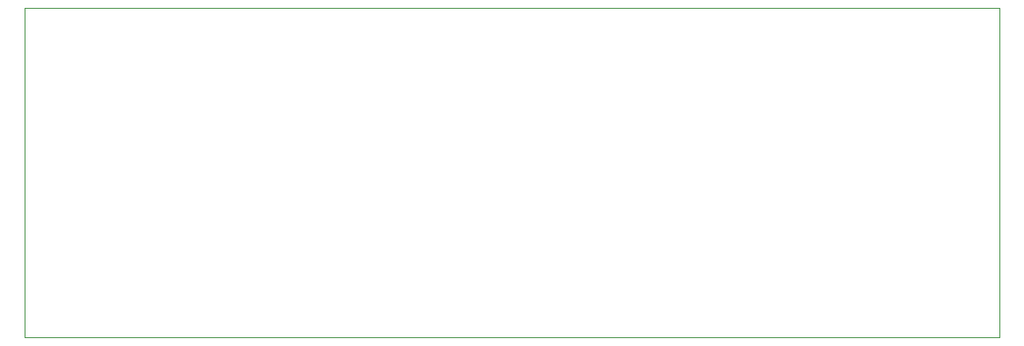
<source format=gbr>
%TF.GenerationSoftware,KiCad,Pcbnew,5.1.5+dfsg1-2build2*%
%TF.CreationDate,2022-12-31T14:04:58+00:00*%
%TF.ProjectId,pic_proto1,7069635f-7072-46f7-946f-312e6b696361,rev?*%
%TF.SameCoordinates,Original*%
%TF.FileFunction,Profile,NP*%
%FSLAX46Y46*%
G04 Gerber Fmt 4.6, Leading zero omitted, Abs format (unit mm)*
G04 Created by KiCad (PCBNEW 5.1.5+dfsg1-2build2) date 2022-12-31 14:04:58*
%MOMM*%
%LPD*%
G04 APERTURE LIST*
%TA.AperFunction,Profile*%
%ADD10C,0.050000*%
%TD*%
G04 APERTURE END LIST*
D10*
X217170000Y-45720000D02*
X215900000Y-45720000D01*
X217170000Y-77470000D02*
X217170000Y-45720000D01*
X215900000Y-77470000D02*
X217170000Y-77470000D01*
X215900000Y-45720000D02*
X214630000Y-45720000D01*
X123190000Y-77470000D02*
X215900000Y-77470000D01*
X123190000Y-45720000D02*
X123190000Y-77470000D01*
X214630000Y-45720000D02*
X123190000Y-45720000D01*
M02*

</source>
